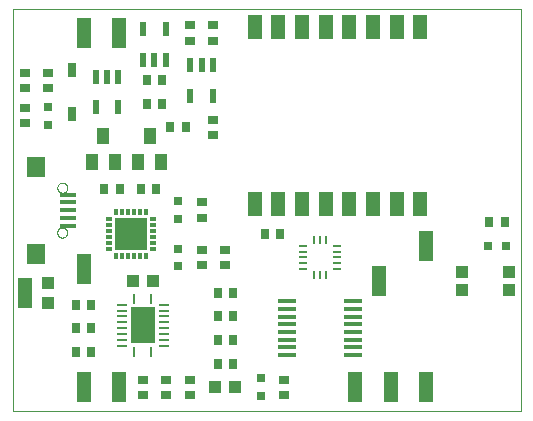
<source format=gtp>
G75*
%MOIN*%
%OFA0B0*%
%FSLAX25Y25*%
%IPPOS*%
%LPD*%
%AMOC8*
5,1,8,0,0,1.08239X$1,22.5*
%
%ADD10C,0.00000*%
%ADD11R,0.03543X0.02756*%
%ADD12R,0.02756X0.03543*%
%ADD13R,0.03937X0.05512*%
%ADD14R,0.05906X0.07087*%
%ADD15R,0.05512X0.01575*%
%ADD16R,0.01181X0.02362*%
%ADD17R,0.02362X0.01181*%
%ADD18R,0.10630X0.10630*%
%ADD19R,0.02165X0.04724*%
%ADD20R,0.04724X0.07874*%
%ADD21R,0.02756X0.04724*%
%ADD22R,0.03150X0.03150*%
%ADD23R,0.03346X0.01102*%
%ADD24R,0.08071X0.12008*%
%ADD25R,0.01102X0.03346*%
%ADD26R,0.03150X0.00984*%
%ADD27R,0.00984X0.03150*%
%ADD28R,0.02362X0.04724*%
%ADD29R,0.06299X0.01378*%
%ADD30R,0.05000X0.10000*%
%ADD31R,0.03937X0.03937*%
%ADD32R,0.04331X0.03937*%
%ADD33R,0.03937X0.04331*%
D10*
X0001841Y0001300D02*
X0001841Y0135158D01*
X0171132Y0135158D01*
X0171132Y0001300D01*
X0001841Y0001300D01*
X0016703Y0060749D02*
X0016705Y0060830D01*
X0016711Y0060912D01*
X0016721Y0060993D01*
X0016735Y0061073D01*
X0016752Y0061152D01*
X0016774Y0061231D01*
X0016799Y0061308D01*
X0016828Y0061385D01*
X0016861Y0061459D01*
X0016898Y0061532D01*
X0016937Y0061603D01*
X0016981Y0061672D01*
X0017027Y0061739D01*
X0017077Y0061803D01*
X0017130Y0061865D01*
X0017186Y0061925D01*
X0017244Y0061981D01*
X0017306Y0062035D01*
X0017370Y0062086D01*
X0017436Y0062133D01*
X0017504Y0062177D01*
X0017575Y0062218D01*
X0017647Y0062255D01*
X0017722Y0062289D01*
X0017797Y0062319D01*
X0017875Y0062345D01*
X0017953Y0062368D01*
X0018032Y0062386D01*
X0018112Y0062401D01*
X0018193Y0062412D01*
X0018274Y0062419D01*
X0018356Y0062422D01*
X0018437Y0062421D01*
X0018518Y0062416D01*
X0018599Y0062407D01*
X0018680Y0062394D01*
X0018760Y0062377D01*
X0018838Y0062357D01*
X0018916Y0062332D01*
X0018993Y0062304D01*
X0019068Y0062272D01*
X0019141Y0062237D01*
X0019212Y0062198D01*
X0019282Y0062155D01*
X0019349Y0062110D01*
X0019415Y0062061D01*
X0019477Y0062009D01*
X0019537Y0061953D01*
X0019594Y0061895D01*
X0019649Y0061835D01*
X0019700Y0061771D01*
X0019748Y0061706D01*
X0019793Y0061638D01*
X0019835Y0061568D01*
X0019873Y0061496D01*
X0019908Y0061422D01*
X0019939Y0061347D01*
X0019966Y0061270D01*
X0019989Y0061192D01*
X0020009Y0061113D01*
X0020025Y0061033D01*
X0020037Y0060952D01*
X0020045Y0060871D01*
X0020049Y0060790D01*
X0020049Y0060708D01*
X0020045Y0060627D01*
X0020037Y0060546D01*
X0020025Y0060465D01*
X0020009Y0060385D01*
X0019989Y0060306D01*
X0019966Y0060228D01*
X0019939Y0060151D01*
X0019908Y0060076D01*
X0019873Y0060002D01*
X0019835Y0059930D01*
X0019793Y0059860D01*
X0019748Y0059792D01*
X0019700Y0059727D01*
X0019649Y0059663D01*
X0019594Y0059603D01*
X0019537Y0059545D01*
X0019477Y0059489D01*
X0019415Y0059437D01*
X0019349Y0059388D01*
X0019282Y0059343D01*
X0019213Y0059300D01*
X0019141Y0059261D01*
X0019068Y0059226D01*
X0018993Y0059194D01*
X0018916Y0059166D01*
X0018838Y0059141D01*
X0018760Y0059121D01*
X0018680Y0059104D01*
X0018599Y0059091D01*
X0018518Y0059082D01*
X0018437Y0059077D01*
X0018356Y0059076D01*
X0018274Y0059079D01*
X0018193Y0059086D01*
X0018112Y0059097D01*
X0018032Y0059112D01*
X0017953Y0059130D01*
X0017875Y0059153D01*
X0017797Y0059179D01*
X0017722Y0059209D01*
X0017647Y0059243D01*
X0017575Y0059280D01*
X0017504Y0059321D01*
X0017436Y0059365D01*
X0017370Y0059412D01*
X0017306Y0059463D01*
X0017244Y0059517D01*
X0017186Y0059573D01*
X0017130Y0059633D01*
X0017077Y0059695D01*
X0017027Y0059759D01*
X0016981Y0059826D01*
X0016937Y0059895D01*
X0016898Y0059966D01*
X0016861Y0060039D01*
X0016828Y0060113D01*
X0016799Y0060190D01*
X0016774Y0060267D01*
X0016752Y0060346D01*
X0016735Y0060425D01*
X0016721Y0060505D01*
X0016711Y0060586D01*
X0016705Y0060668D01*
X0016703Y0060749D01*
X0016703Y0075709D02*
X0016705Y0075790D01*
X0016711Y0075872D01*
X0016721Y0075953D01*
X0016735Y0076033D01*
X0016752Y0076112D01*
X0016774Y0076191D01*
X0016799Y0076268D01*
X0016828Y0076345D01*
X0016861Y0076419D01*
X0016898Y0076492D01*
X0016937Y0076563D01*
X0016981Y0076632D01*
X0017027Y0076699D01*
X0017077Y0076763D01*
X0017130Y0076825D01*
X0017186Y0076885D01*
X0017244Y0076941D01*
X0017306Y0076995D01*
X0017370Y0077046D01*
X0017436Y0077093D01*
X0017504Y0077137D01*
X0017575Y0077178D01*
X0017647Y0077215D01*
X0017722Y0077249D01*
X0017797Y0077279D01*
X0017875Y0077305D01*
X0017953Y0077328D01*
X0018032Y0077346D01*
X0018112Y0077361D01*
X0018193Y0077372D01*
X0018274Y0077379D01*
X0018356Y0077382D01*
X0018437Y0077381D01*
X0018518Y0077376D01*
X0018599Y0077367D01*
X0018680Y0077354D01*
X0018760Y0077337D01*
X0018838Y0077317D01*
X0018916Y0077292D01*
X0018993Y0077264D01*
X0019068Y0077232D01*
X0019141Y0077197D01*
X0019212Y0077158D01*
X0019282Y0077115D01*
X0019349Y0077070D01*
X0019415Y0077021D01*
X0019477Y0076969D01*
X0019537Y0076913D01*
X0019594Y0076855D01*
X0019649Y0076795D01*
X0019700Y0076731D01*
X0019748Y0076666D01*
X0019793Y0076598D01*
X0019835Y0076528D01*
X0019873Y0076456D01*
X0019908Y0076382D01*
X0019939Y0076307D01*
X0019966Y0076230D01*
X0019989Y0076152D01*
X0020009Y0076073D01*
X0020025Y0075993D01*
X0020037Y0075912D01*
X0020045Y0075831D01*
X0020049Y0075750D01*
X0020049Y0075668D01*
X0020045Y0075587D01*
X0020037Y0075506D01*
X0020025Y0075425D01*
X0020009Y0075345D01*
X0019989Y0075266D01*
X0019966Y0075188D01*
X0019939Y0075111D01*
X0019908Y0075036D01*
X0019873Y0074962D01*
X0019835Y0074890D01*
X0019793Y0074820D01*
X0019748Y0074752D01*
X0019700Y0074687D01*
X0019649Y0074623D01*
X0019594Y0074563D01*
X0019537Y0074505D01*
X0019477Y0074449D01*
X0019415Y0074397D01*
X0019349Y0074348D01*
X0019282Y0074303D01*
X0019213Y0074260D01*
X0019141Y0074221D01*
X0019068Y0074186D01*
X0018993Y0074154D01*
X0018916Y0074126D01*
X0018838Y0074101D01*
X0018760Y0074081D01*
X0018680Y0074064D01*
X0018599Y0074051D01*
X0018518Y0074042D01*
X0018437Y0074037D01*
X0018356Y0074036D01*
X0018274Y0074039D01*
X0018193Y0074046D01*
X0018112Y0074057D01*
X0018032Y0074072D01*
X0017953Y0074090D01*
X0017875Y0074113D01*
X0017797Y0074139D01*
X0017722Y0074169D01*
X0017647Y0074203D01*
X0017575Y0074240D01*
X0017504Y0074281D01*
X0017436Y0074325D01*
X0017370Y0074372D01*
X0017306Y0074423D01*
X0017244Y0074477D01*
X0017186Y0074533D01*
X0017130Y0074593D01*
X0017077Y0074655D01*
X0017027Y0074719D01*
X0016981Y0074786D01*
X0016937Y0074855D01*
X0016898Y0074926D01*
X0016861Y0074999D01*
X0016828Y0075073D01*
X0016799Y0075150D01*
X0016774Y0075227D01*
X0016752Y0075306D01*
X0016735Y0075385D01*
X0016721Y0075465D01*
X0016711Y0075546D01*
X0016705Y0075628D01*
X0016703Y0075709D01*
D11*
X0005778Y0097166D03*
X0005778Y0102284D03*
X0005778Y0108977D03*
X0005778Y0114095D03*
X0013652Y0114095D03*
X0013652Y0108977D03*
X0060896Y0124725D03*
X0060896Y0129843D03*
X0068770Y0129843D03*
X0068770Y0124725D03*
X0068770Y0098347D03*
X0068770Y0093229D03*
X0064833Y0070788D03*
X0064833Y0065670D03*
X0064833Y0055040D03*
X0064833Y0049922D03*
X0072707Y0049922D03*
X0072707Y0055040D03*
X0060896Y0011733D03*
X0060896Y0006615D03*
X0053022Y0006615D03*
X0053022Y0011733D03*
X0045148Y0011733D03*
X0045148Y0006615D03*
X0092392Y0006615D03*
X0092392Y0011733D03*
D12*
X0075266Y0017048D03*
X0070148Y0017048D03*
X0070148Y0024922D03*
X0075266Y0024922D03*
X0075266Y0032796D03*
X0070148Y0032796D03*
X0070148Y0040670D03*
X0075266Y0040670D03*
X0085896Y0060355D03*
X0091014Y0060355D03*
X0049636Y0075434D03*
X0044518Y0075434D03*
X0037510Y0075434D03*
X0032392Y0075434D03*
X0054400Y0095788D03*
X0059518Y0095788D03*
X0051644Y0103662D03*
X0046526Y0103662D03*
X0046526Y0111536D03*
X0051644Y0111536D03*
X0028022Y0036733D03*
X0022904Y0036733D03*
X0022904Y0028859D03*
X0028022Y0028859D03*
X0028022Y0020985D03*
X0022904Y0020985D03*
X0160699Y0064292D03*
X0165817Y0064292D03*
D13*
X0051250Y0084410D03*
X0043770Y0084410D03*
X0035817Y0084410D03*
X0028337Y0084410D03*
X0032077Y0093072D03*
X0047510Y0093072D03*
D14*
X0009715Y0082733D03*
X0009715Y0053725D03*
D15*
X0020344Y0063111D03*
X0020344Y0065670D03*
X0020344Y0068229D03*
X0020344Y0070788D03*
X0020344Y0073347D03*
D16*
X0036289Y0067737D03*
X0038258Y0067737D03*
X0040226Y0067737D03*
X0042195Y0067737D03*
X0044163Y0067737D03*
X0046132Y0067737D03*
X0046132Y0052973D03*
X0044163Y0052973D03*
X0042195Y0052973D03*
X0040226Y0052973D03*
X0038258Y0052973D03*
X0036289Y0052973D03*
D17*
X0033829Y0055434D03*
X0033829Y0057402D03*
X0033829Y0059371D03*
X0033829Y0061339D03*
X0033829Y0063308D03*
X0033829Y0065276D03*
X0048593Y0065276D03*
X0048593Y0063308D03*
X0048593Y0061339D03*
X0048593Y0059371D03*
X0048593Y0057402D03*
X0048593Y0055434D03*
D18*
X0041211Y0060355D03*
D19*
X0037077Y0102481D03*
X0029596Y0102481D03*
X0029596Y0112717D03*
X0033337Y0112717D03*
X0037077Y0112717D03*
X0045344Y0118229D03*
X0049085Y0118229D03*
X0052825Y0118229D03*
X0052825Y0128466D03*
X0045344Y0128466D03*
D20*
X0082549Y0129253D03*
X0090423Y0129253D03*
X0098297Y0129253D03*
X0106171Y0129253D03*
X0114045Y0129253D03*
X0121919Y0129253D03*
X0129793Y0129253D03*
X0137667Y0129253D03*
X0137667Y0070198D03*
X0129793Y0070198D03*
X0121919Y0070198D03*
X0114045Y0070198D03*
X0106171Y0070198D03*
X0098297Y0070198D03*
X0090423Y0070198D03*
X0082549Y0070198D03*
D21*
X0021526Y0100316D03*
X0021526Y0114883D03*
D22*
X0013652Y0102678D03*
X0013652Y0096772D03*
X0056959Y0071182D03*
X0056959Y0065276D03*
X0056959Y0055434D03*
X0056959Y0049528D03*
X0084518Y0012127D03*
X0084518Y0006221D03*
X0160305Y0056418D03*
X0166211Y0056418D03*
D23*
X0052136Y0036733D03*
X0052136Y0034765D03*
X0052136Y0032796D03*
X0052136Y0030828D03*
X0052136Y0028859D03*
X0052136Y0026891D03*
X0052136Y0024922D03*
X0052136Y0022954D03*
X0038356Y0022954D03*
X0038356Y0024922D03*
X0038356Y0026891D03*
X0038356Y0028859D03*
X0038356Y0030828D03*
X0038356Y0032796D03*
X0038356Y0034765D03*
X0038356Y0036733D03*
D24*
X0045148Y0029843D03*
D25*
X0048100Y0021083D03*
X0042195Y0021083D03*
X0042195Y0038603D03*
X0048100Y0038603D03*
D26*
X0098494Y0048544D03*
X0098494Y0050513D03*
X0098494Y0052481D03*
X0098494Y0054450D03*
X0098494Y0056418D03*
X0109911Y0056418D03*
X0109911Y0054450D03*
X0109911Y0052481D03*
X0109911Y0050513D03*
X0109911Y0048544D03*
D27*
X0106171Y0046772D03*
X0104203Y0046772D03*
X0102234Y0046772D03*
X0102234Y0058190D03*
X0104203Y0058190D03*
X0106171Y0058190D03*
D28*
X0068573Y0106394D03*
X0061093Y0106394D03*
X0061093Y0116678D03*
X0064833Y0116678D03*
X0068573Y0116678D03*
D29*
X0093179Y0037816D03*
X0093179Y0035257D03*
X0093179Y0032698D03*
X0093179Y0030139D03*
X0093179Y0027580D03*
X0093179Y0025020D03*
X0093179Y0022461D03*
X0093179Y0019902D03*
X0115226Y0019902D03*
X0115226Y0022461D03*
X0115226Y0025020D03*
X0115226Y0027580D03*
X0115226Y0030139D03*
X0115226Y0032698D03*
X0115226Y0035257D03*
X0115226Y0037816D03*
D30*
X0123888Y0044607D03*
X0139636Y0056418D03*
X0139636Y0009174D03*
X0127825Y0009174D03*
X0116014Y0009174D03*
X0037274Y0009174D03*
X0025463Y0009174D03*
X0005778Y0040670D03*
X0025463Y0048544D03*
X0025463Y0127284D03*
X0037274Y0127284D03*
D31*
X0151447Y0047757D03*
X0151447Y0041457D03*
X0167195Y0041457D03*
X0167195Y0047757D03*
D32*
X0076053Y0009174D03*
X0069360Y0009174D03*
X0048494Y0044607D03*
X0041801Y0044607D03*
D33*
X0013652Y0044017D03*
X0013652Y0037324D03*
M02*

</source>
